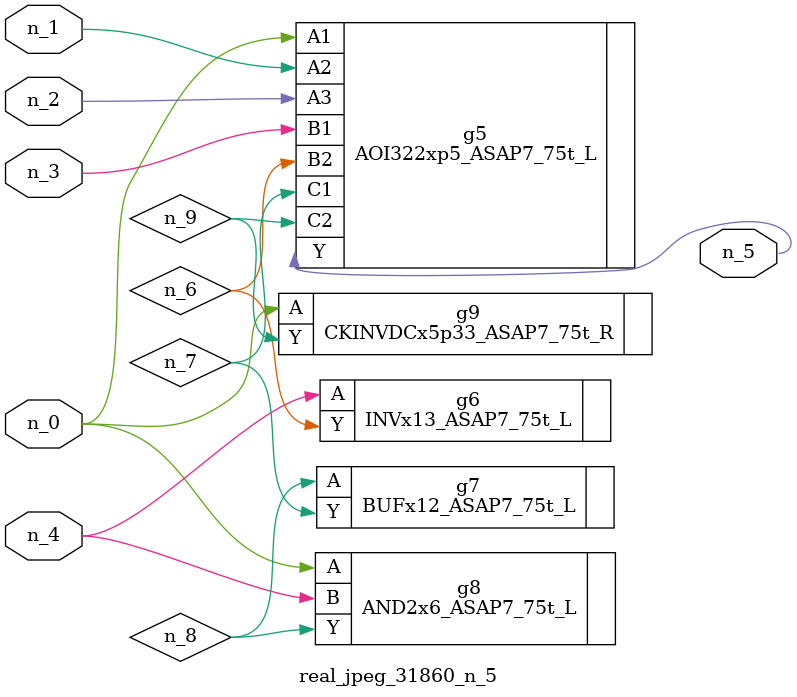
<source format=v>
module real_jpeg_31860_n_5 (n_4, n_0, n_1, n_2, n_3, n_5);

input n_4;
input n_0;
input n_1;
input n_2;
input n_3;

output n_5;

wire n_8;
wire n_6;
wire n_7;
wire n_9;

AOI322xp5_ASAP7_75t_L g5 ( 
.A1(n_0),
.A2(n_1),
.A3(n_2),
.B1(n_3),
.B2(n_6),
.C1(n_7),
.C2(n_9),
.Y(n_5)
);

AND2x6_ASAP7_75t_L g8 ( 
.A(n_0),
.B(n_4),
.Y(n_8)
);

CKINVDCx5p33_ASAP7_75t_R g9 ( 
.A(n_0),
.Y(n_9)
);

INVx13_ASAP7_75t_L g6 ( 
.A(n_4),
.Y(n_6)
);

BUFx12_ASAP7_75t_L g7 ( 
.A(n_8),
.Y(n_7)
);


endmodule
</source>
